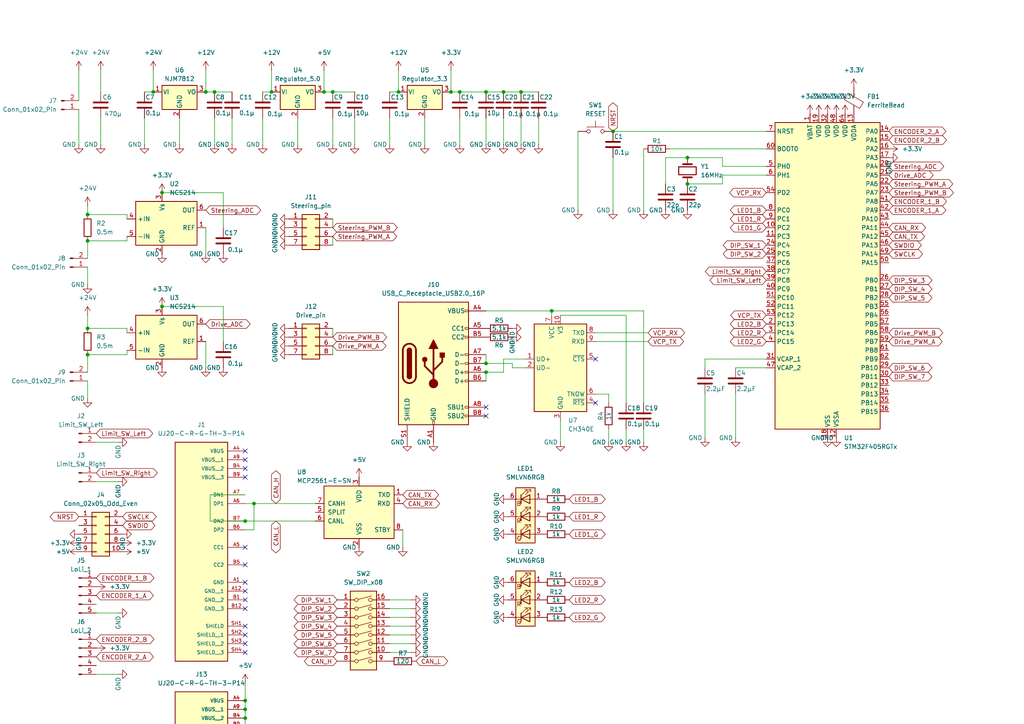
<source format=kicad_sch>
(kicad_sch (version 20231120) (generator "eeschema") (generator_version "8.0")
  (paper "A4")
  (junction (at 115.57 26.67))
  (junction (at 71.12 205.74))
  (junction (at 71.12 203.2))
  (junction (at 25.4 69.85))
  (junction (at 93.98 26.67))
  (junction (at 78.74 26.67))
  (junction (at 46.99 88.9))
  (junction (at 25.4 102.87))
  (junction (at 199.39 45.72))
  (junction (at 59.69 26.67))
  (junction (at 177.8 38.1))
  (junction (at 151.13 26.67))
  (junction (at 25.4 95.25))
  (junction (at 62.23 26.67))
  (junction (at 160.02 90.17))
  (junction (at 44.45 26.67))
  (junction (at 71.12 208.28))
  (junction (at 25.4 62.23))
  (junction (at 71.12 151.13))
  (junction (at 140.97 107.95))
  (junction (at 199.39 53.34))
  (junction (at 130.81 26.67))
  (junction (at 96.52 26.67))
  (junction (at 46.99 55.88))
  (junction (at 146.05 26.67))
  (junction (at 133.35 26.67))
  (junction (at 140.97 26.67))
  (junction (at 140.97 105.41))
  (junction (at 73.66 146.05))
  (no_connect (at 71.12 133.35))
  (no_connect (at 71.12 163.83))
  (no_connect (at 71.12 135.89))
  (no_connect (at 71.12 181.61))
  (no_connect (at 71.12 158.75))
  (no_connect (at 71.12 173.99))
  (no_connect (at 71.12 184.15))
  (no_connect (at 172.72 104.14))
  (no_connect (at 140.97 118.11))
  (no_connect (at 71.12 130.81))
  (no_connect (at 71.12 186.69))
  (no_connect (at 71.12 176.53))
  (no_connect (at 140.97 120.65))
  (no_connect (at 71.12 189.23))
  (no_connect (at 71.12 138.43))
  (no_connect (at 71.12 168.91))
  (no_connect (at 172.72 116.84))
  (no_connect (at 71.12 171.45))
  (wire (pts (xy 25.4 107.95) (xy 25.4 102.87)))
  (wire (pts (xy 34.29 195.58) (xy 27.94 195.58)))
  (wire (pts (xy 25.4 115.57) (xy 25.4 110.49)))
  (wire (pts (xy 113.03 181.61) (xy 119.38 181.61)))
  (wire (pts (xy 73.66 153.67) (xy 71.12 153.67)))
  (wire (pts (xy 60.96 143.51) (xy 60.96 151.13)))
  (wire (pts (xy 160.02 90.17) (xy 160.02 91.44)))
  (wire (pts (xy 71.12 146.05) (xy 73.66 146.05)))
  (wire (pts (xy 73.66 146.05) (xy 73.66 153.67)))
  (wire (pts (xy 204.47 104.14) (xy 204.47 106.68)))
  (wire (pts (xy 41.91 41.91) (xy 41.91 34.29)))
  (wire (pts (xy 148.59 106.68) (xy 152.4 106.68)))
  (wire (pts (xy 146.05 107.95) (xy 146.05 104.14)))
  (wire (pts (xy 186.69 60.96) (xy 186.69 43.18)))
  (wire (pts (xy 76.2 34.29) (xy 76.2 41.91)))
  (wire (pts (xy 76.2 26.67) (xy 78.74 26.67)))
  (wire (pts (xy 113.03 179.07) (xy 119.38 179.07)))
  (wire (pts (xy 34.29 139.7) (xy 27.94 139.7)))
  (wire (pts (xy 96.52 26.67) (xy 93.98 26.67)))
  (wire (pts (xy 123.19 41.91) (xy 123.19 34.29)))
  (wire (pts (xy 146.05 26.67) (xy 151.13 26.67)))
  (wire (pts (xy 116.84 158.75) (xy 116.84 153.67)))
  (wire (pts (xy 71.12 205.74) (xy 71.12 208.28)))
  (wire (pts (xy 22.86 41.91) (xy 22.86 31.75)))
  (wire (pts (xy 36.83 63.5) (xy 36.83 62.23)))
  (wire (pts (xy 209.55 45.72) (xy 199.39 45.72)))
  (wire (pts (xy 73.66 146.05) (xy 91.44 146.05)))
  (wire (pts (xy 172.72 114.3) (xy 176.53 114.3)))
  (wire (pts (xy 140.97 102.87) (xy 140.97 105.41)))
  (wire (pts (xy 194.31 43.18) (xy 222.25 43.18)))
  (wire (pts (xy 93.98 20.32) (xy 93.98 26.67)))
  (wire (pts (xy 193.04 53.34) (xy 193.04 45.72)))
  (wire (pts (xy 36.83 101.6) (xy 36.83 102.87)))
  (wire (pts (xy 64.77 99.06) (xy 64.77 88.9)))
  (wire (pts (xy 71.12 208.28) (xy 71.12 210.82)))
  (wire (pts (xy 133.35 41.91) (xy 133.35 34.29)))
  (wire (pts (xy 36.83 68.58) (xy 36.83 69.85)))
  (wire (pts (xy 25.4 69.85) (xy 25.4 74.93)))
  (wire (pts (xy 64.77 55.88) (xy 46.99 55.88)))
  (wire (pts (xy 160.02 90.17) (xy 186.69 90.17)))
  (wire (pts (xy 64.77 66.04) (xy 64.77 55.88)))
  (wire (pts (xy 59.69 73.66) (xy 59.69 66.04)))
  (wire (pts (xy 193.04 45.72) (xy 199.39 45.72)))
  (wire (pts (xy 44.45 20.32) (xy 44.45 26.67)))
  (wire (pts (xy 62.23 26.67) (xy 59.69 26.67)))
  (wire (pts (xy 181.61 128.27) (xy 181.61 124.46)))
  (wire (pts (xy 209.55 50.8) (xy 209.55 53.34)))
  (wire (pts (xy 186.69 90.17) (xy 186.69 116.84)))
  (wire (pts (xy 60.96 151.13) (xy 71.12 151.13)))
  (wire (pts (xy 96.52 68.58) (xy 96.52 71.12)))
  (wire (pts (xy 140.97 90.17) (xy 160.02 90.17)))
  (wire (pts (xy 71.12 203.2) (xy 71.12 205.74)))
  (wire (pts (xy 133.35 26.67) (xy 140.97 26.67)))
  (wire (pts (xy 113.03 173.99) (xy 119.38 173.99)))
  (wire (pts (xy 25.4 59.69) (xy 25.4 62.23)))
  (wire (pts (xy 41.91 26.67) (xy 44.45 26.67)))
  (wire (pts (xy 167.64 38.1) (xy 167.64 60.96)))
  (wire (pts (xy 151.13 41.91) (xy 151.13 34.29)))
  (wire (pts (xy 96.52 63.5) (xy 96.52 66.04)))
  (wire (pts (xy 140.97 26.67) (xy 146.05 26.67)))
  (wire (pts (xy 64.77 88.9) (xy 46.99 88.9)))
  (wire (pts (xy 67.31 41.91) (xy 67.31 34.29)))
  (wire (pts (xy 78.74 20.32) (xy 78.74 26.67)))
  (wire (pts (xy 172.72 99.06) (xy 187.96 99.06)))
  (wire (pts (xy 209.55 48.26) (xy 222.25 48.26)))
  (wire (pts (xy 140.97 41.91) (xy 140.97 34.29)))
  (wire (pts (xy 86.36 41.91) (xy 86.36 34.29)))
  (wire (pts (xy 25.4 91.44) (xy 25.4 95.25)))
  (wire (pts (xy 213.36 127) (xy 213.36 114.3)))
  (wire (pts (xy 25.4 82.55) (xy 25.4 77.47)))
  (wire (pts (xy 176.53 114.3) (xy 176.53 116.84)))
  (wire (pts (xy 76.2 218.44) (xy 71.12 218.44)))
  (wire (pts (xy 71.12 143.51) (xy 60.96 143.51)))
  (wire (pts (xy 181.61 91.44) (xy 162.56 91.44)))
  (wire (pts (xy 34.29 128.27) (xy 27.94 128.27)))
  (wire (pts (xy 177.8 38.1) (xy 222.25 38.1)))
  (wire (pts (xy 73.66 223.52) (xy 71.12 223.52)))
  (wire (pts (xy 140.97 107.95) (xy 146.05 107.95)))
  (wire (pts (xy 186.69 128.27) (xy 186.69 124.46)))
  (wire (pts (xy 177.8 60.96) (xy 177.8 45.72)))
  (wire (pts (xy 209.55 48.26) (xy 209.55 45.72)))
  (wire (pts (xy 36.83 62.23) (xy 25.4 62.23)))
  (wire (pts (xy 172.72 96.52) (xy 187.96 96.52)))
  (wire (pts (xy 209.55 53.34) (xy 199.39 53.34)))
  (wire (pts (xy 71.12 226.06) (xy 76.2 226.06)))
  (wire (pts (xy 181.61 116.84) (xy 181.61 91.44)))
  (wire (pts (xy 113.03 41.91) (xy 113.03 34.29)))
  (wire (pts (xy 96.52 41.91) (xy 96.52 34.29)))
  (wire (pts (xy 71.12 151.13) (xy 91.44 151.13)))
  (wire (pts (xy 59.69 106.68) (xy 59.69 99.06)))
  (wire (pts (xy 96.52 100.33) (xy 96.52 102.87)))
  (wire (pts (xy 176.53 128.27) (xy 176.53 124.46)))
  (wire (pts (xy 204.47 127) (xy 204.47 114.3)))
  (wire (pts (xy 96.52 26.67) (xy 102.87 26.67)))
  (wire (pts (xy 25.4 102.87) (xy 36.83 102.87)))
  (wire (pts (xy 36.83 96.52) (xy 36.83 95.25)))
  (wire (pts (xy 76.2 226.06) (xy 76.2 218.44)))
  (wire (pts (xy 140.97 107.95) (xy 140.97 110.49)))
  (wire (pts (xy 113.03 184.15) (xy 119.38 184.15)))
  (wire (pts (xy 113.03 189.23) (xy 119.38 189.23)))
  (wire (pts (xy 162.56 128.27) (xy 162.56 121.92)))
  (wire (pts (xy 36.83 95.25) (xy 25.4 95.25)))
  (wire (pts (xy 62.23 26.67) (xy 67.31 26.67)))
  (wire (pts (xy 22.86 20.32) (xy 22.86 29.21)))
  (wire (pts (xy 209.55 50.8) (xy 222.25 50.8)))
  (wire (pts (xy 59.69 20.32) (xy 59.69 26.67)))
  (wire (pts (xy 113.03 176.53) (xy 119.38 176.53)))
  (wire (pts (xy 113.03 186.69) (xy 119.38 186.69)))
  (wire (pts (xy 146.05 41.91) (xy 146.05 34.29)))
  (wire (pts (xy 73.66 215.9) (xy 73.66 223.52)))
  (wire (pts (xy 102.87 41.91) (xy 102.87 34.29)))
  (wire (pts (xy 29.21 20.32) (xy 29.21 26.67)))
  (wire (pts (xy 71.12 198.12) (xy 71.12 203.2)))
  (wire (pts (xy 29.21 34.29) (xy 29.21 41.91)))
  (wire (pts (xy 25.4 69.85) (xy 36.83 69.85)))
  (wire (pts (xy 71.12 215.9) (xy 73.66 215.9)))
  (wire (pts (xy 146.05 104.14) (xy 152.4 104.14)))
  (wire (pts (xy 140.97 105.41) (xy 148.59 105.41)))
  (wire (pts (xy 130.81 20.32) (xy 130.81 26.67)))
  (wire (pts (xy 222.25 104.14) (xy 204.47 104.14)))
  (wire (pts (xy 133.35 26.67) (xy 130.81 26.67)))
  (wire (pts (xy 34.29 177.8) (xy 27.94 177.8)))
  (wire (pts (xy 156.21 41.91) (xy 156.21 34.29)))
  (wire (pts (xy 96.52 95.25) (xy 96.52 97.79)))
  (wire (pts (xy 213.36 106.68) (xy 222.25 106.68)))
  (wire (pts (xy 52.07 41.91) (xy 52.07 34.29)))
  (wire (pts (xy 62.23 41.91) (xy 62.23 34.29)))
  (wire (pts (xy 113.03 26.67) (xy 115.57 26.67)))
  (wire (pts (xy 115.57 20.32) (xy 115.57 26.67)))
  (wire (pts (xy 151.13 26.67) (xy 156.21 26.67)))
  (wire (pts (xy 148.59 105.41) (xy 148.59 106.68)))
  (global_label "ENCODER_2_A" (shape bidirectional) (at 257.81 38.1 0) (property "Intersheetrefs" "${INTERSHEET_REFS}" (effects (hide yes))))
  (global_label "SWDIO" (shape bidirectional) (at 257.81 71.12 0) (property "Intersheetrefs" "${INTERSHEET_REFS}" (effects (hide yes))))
  (global_label "NRST" (shape bidirectional) (at 22.86 149.86 180) (property "Intersheetrefs" "${INTERSHEET_REFS}" (effects (hide yes))))
  (global_label "Steering_PWM_A" (shape bidirectional) (at 257.81 53.34 0) (property "Intersheetrefs" "${INTERSHEET_REFS}" (effects (hide yes))))
  (global_label "CAN_TX" (shape bidirectional) (at 116.84 143.51 0) (property "Intersheetrefs" "${INTERSHEET_REFS}" (effects (hide yes))))
  (global_label "ENCODER_1_A" (shape bidirectional) (at 27.94 172.72 0) (property "Intersheetrefs" "${INTERSHEET_REFS}" (effects (hide yes))))
  (global_label "Steering_PWM_A" (shape bidirectional) (at 96.52 68.58 0) (property "Intersheetrefs" "${INTERSHEET_REFS}" (effects (hide yes))))
  (global_label "Limit_SW_Left" (shape bidirectional) (at 222.25 81.28 180) (property "Intersheetrefs" "${INTERSHEET_REFS}" (effects (hide yes))))
  (global_label "ENCODER_2_B" (shape bidirectional) (at 27.94 185.42 0) (property "Intersheetrefs" "${INTERSHEET_REFS}" (effects (hide yes))))
  (global_label "LED2_G" (shape bidirectional) (at 222.25 99.06 180) (property "Intersheetrefs" "${INTERSHEET_REFS}" (effects (hide yes))))
  (global_label "DIP_SW_1" (shape bidirectional) (at 97.79 173.99 180) (property "Intersheetrefs" "${INTERSHEET_REFS}" (effects (hide yes))))
  (global_label "DIP_SW_7" (shape bidirectional) (at 97.79 189.23 180) (property "Intersheetrefs" "${INTERSHEET_REFS}" (effects (hide yes))))
  (global_label "Drive_ADC" (shape bidirectional) (at 257.81 50.8 0) (property "Intersheetrefs" "${INTERSHEET_REFS}" (effects (hide yes))))
  (global_label "SWDIO" (shape bidirectional) (at 35.56 152.4 0) (property "Intersheetrefs" "${INTERSHEET_REFS}" (effects (hide yes))))
  (global_label "NRST" (shape bidirectional) (at 177.8 38.1 90) (property "Intersheetrefs" "${INTERSHEET_REFS}" (effects (hide yes))))
  (global_label "ENCODER_1_B" (shape bidirectional) (at 257.81 58.42 0) (property "Intersheetrefs" "${INTERSHEET_REFS}" (effects (hide yes))))
  (global_label "LED1_R" (shape bidirectional) (at 165.1 149.86 0) (property "Intersheetrefs" "${INTERSHEET_REFS}" (effects (hide yes))))
  (global_label "VCP_TX" (shape bidirectional) (at 222.25 91.44 180) (property "Intersheetrefs" "${INTERSHEET_REFS}" (effects (hide yes))))
  (global_label "DIP_SW_5" (shape bidirectional) (at 257.81 86.36 0) (property "Intersheetrefs" "${INTERSHEET_REFS}" (effects (hide yes))))
  (global_label "Drive_PWM_A" (shape bidirectional) (at 257.81 99.06 0) (property "Intersheetrefs" "${INTERSHEET_REFS}" (effects (hide yes))))
  (global_label "DIP_SW_4" (shape bidirectional) (at 257.81 83.82 0) (property "Intersheetrefs" "${INTERSHEET_REFS}" (effects (hide yes))))
  (global_label "CAN_RX" (shape bidirectional) (at 257.81 66.04 0) (property "Intersheetrefs" "${INTERSHEET_REFS}" (effects (hide yes))))
  (global_label "LED2_B" (shape bidirectional) (at 222.25 93.98 180) (property "Intersheetrefs" "${INTERSHEET_REFS}" (effects (hide yes))))
  (global_label "Limit_SW_Right" (shape bidirectional) (at 222.25 78.74 180) (property "Intersheetrefs" "${INTERSHEET_REFS}" (effects (hide yes))))
  (global_label "LED1_B" (shape bidirectional) (at 165.1 144.78 0) (property "Intersheetrefs" "${INTERSHEET_REFS}" (effects (hide yes))))
  (global_label "CAN_RX" (shape bidirectional) (at 116.84 146.05 0) (property "Intersheetrefs" "${INTERSHEET_REFS}" (effects (hide yes))))
  (global_label "SWCLK" (shape bidirectional) (at 35.56 149.86 0) (property "Intersheetrefs" "${INTERSHEET_REFS}" (effects (hide yes))))
  (global_label "Limit_SW_Right" (shape bidirectional) (at 27.94 137.16 0) (property "Intersheetrefs" "${INTERSHEET_REFS}" (effects (hide yes))))
  (global_label "Drive_ADC" (shape bidirectional) (at 59.69 93.98 0) (property "Intersheetrefs" "${INTERSHEET_REFS}" (effects (hide yes))))
  (global_label "CAN_L" (shape bidirectional) (at 73.66 223.52 0) (property "Intersheetrefs" "${INTERSHEET_REFS}" (effects (hide yes))))
  (global_label "ENCODER_2_B" (shape bidirectional) (at 257.81 40.64 0) (property "Intersheetrefs" "${INTERSHEET_REFS}" (effects (hide yes))))
  (global_label "DIP_SW_3" (shape bidirectional) (at 97.79 179.07 180) (property "Intersheetrefs" "${INTERSHEET_REFS}" (effects (hide yes))))
  (global_label "DIP_SW_6" (shape bidirectional) (at 257.81 106.68 0) (property "Intersheetrefs" "${INTERSHEET_REFS}" (effects (hide yes))))
  (global_label "CAN_H" (shape bidirectional) (at 80.01 146.05 90) (property "Intersheetrefs" "${INTERSHEET_REFS}" (effects (hide yes))))
  (global_label "DIP_SW_4" (shape bidirectional) (at 97.79 181.61 180) (property "Intersheetrefs" "${INTERSHEET_REFS}" (effects (hide yes))))
  (global_label "VCP_RX" (shape bidirectional) (at 222.25 55.88 180) (property "Intersheetrefs" "${INTERSHEET_REFS}" (effects (hide yes))))
  (global_label "VCP_RX" (shape bidirectional) (at 187.96 96.52 0) (property "Intersheetrefs" "${INTERSHEET_REFS}" (effects (hide yes))))
  (global_label "LED1_B" (shape bidirectional) (at 222.25 60.96 180) (property "Intersheetrefs" "${INTERSHEET_REFS}" (effects (hide yes))))
  (global_label "DIP_SW_2" (shape bidirectional) (at 222.25 73.66 180) (property "Intersheetrefs" "${INTERSHEET_REFS}" (effects (hide yes))))
  (global_label "LED2_R" (shape bidirectional) (at 165.1 173.99 0) (property "Intersheetrefs" "${INTERSHEET_REFS}" (effects (hide yes))))
  (global_label "Drive_PWM_B" (shape bidirectional) (at 257.81 96.52 0) (property "Intersheetrefs" "${INTERSHEET_REFS}" (effects (hide yes))))
  (global_label "ENCODER_1_B" (shape bidirectional) (at 27.94 167.64 0) (property "Intersheetrefs" "${INTERSHEET_REFS}" (effects (hide yes))))
  (global_label "CAN_TX" (shape bidirectional) (at 257.81 68.58 0) (property "Intersheetrefs" "${INTERSHEET_REFS}" (effects (hide yes))))
  (global_label "ENCODER_1_A" (shape bidirectional) (at 257.81 60.96 0) (property "Intersheetrefs" "${INTERSHEET_REFS}" (effects (hide yes))))
  (global_label "ENCODER_2_A" (shape bidirectional) (at 27.94 190.5 0) (property "Intersheetrefs" "${INTERSHEET_REFS}" (effects (hide yes))))
  (global_label "CAN_H" (shape bidirectional) (at 76.2 218.44 0) (property "Intersheetrefs" "${INTERSHEET_REFS}" (effects (hide yes))))
  (global_label "LED1_G" (shape bidirectional) (at 165.1 154.94 0) (property "Intersheetrefs" "${INTERSHEET_REFS}" (effects (hide yes))))
  (global_label "Steering_PWM_B" (shape bidirectional) (at 96.52 66.04 0) (property "Intersheetrefs" "${INTERSHEET_REFS}" (effects (hide yes))))
  (global_label "CAN_H" (shape bidirectional) (at 97.79 191.77 180) (property "Intersheetrefs" "${INTERSHEET_REFS}" (effects (hide yes))))
  (global_label "VCP_TX" (shape bidirectional) (at 187.96 99.06 0) (property "Intersheetrefs" "${INTERSHEET_REFS}" (effects (hide yes))))
  (global_label "Steering_ADC" (shape bidirectional) (at 257.81 48.26 0) (property "Intersheetrefs" "${INTERSHEET_REFS}" (effects (hide yes))))
  (global_label "DIP_SW_5" (shape bidirectional) (at 97.79 184.15 180) (property "Intersheetrefs" "${INTERSHEET_REFS}" (effects (hide yes))))
  (global_label "Drive_PWM_B" (shape bidirectional) (at 96.52 97.79 0) (property "Intersheetrefs" "${INTERSHEET_REFS}" (effects (hide yes))))
  (global_label "Limit_SW_Left" (shape bidirectional) (at 27.94 125.73 0) (property "Intersheetrefs" "${INTERSHEET_REFS}" (effects (hide yes))))
  (global_label "DIP_SW_1" (shape bidirectional) (at 222.25 71.12 180) (property "Intersheetrefs" "${INTERSHEET_REFS}" (effects (hide yes))))
  (global_label "DIP_SW_7" (shape bidirectional) (at 257.81 109.22 0) (property "Intersheetrefs" "${INTERSHEET_REFS}" (effects (hide yes))))
  (global_label "LED2_G" (shape bidirectional) (at 165.1 179.07 0) (property "Intersheetrefs" "${INTERSHEET_REFS}" (effects (hide yes))))
  (global_label "LED1_G" (shape bidirectional) (at 222.25 66.04 180) (property "Intersheetrefs" "${INTERSHEET_REFS}" (effects (hide yes))))
  (global_label "Steering_PWM_B" (shape bidirectional) (at 257.81 55.88 0) (property "Intersheetrefs" "${INTERSHEET_REFS}" (effects (hide yes))))
  (global_label "LED2_R" (shape bidirectional) (at 222.25 96.52 180) (property "Intersheetrefs" "${INTERSHEET_REFS}" (effects (hide yes))))
  (global_label "Steering_ADC" (shape bidirectional) (at 59.69 60.96 0) (property "Intersheetrefs" "${INTERSHEET_REFS}" (effects (hide yes))))
  (global_label "LED2_B" (shape bidirectional) (at 165.1 168.91 0) (property "Intersheetrefs" "${INTERSHEET_REFS}" (effects (hide yes))))
  (global_label "DIP_SW_3" (shape bidirectional) (at 257.81 81.28 0) (property "Intersheetrefs" "${INTERSHEET_REFS}" (effects (hide yes))))
  (global_label "CAN_L" (shape bidirectional) (at 120.65 191.77 0) (property "Intersheetrefs" "${INTERSHEET_REFS}" (effects (hide yes))))
  (global_label "LED1_R" (shape bidirectional) (at 222.25 63.5 180) (property "Intersheetrefs" "${INTERSHEET_REFS}" (effects (hide yes))))
  (global_label "SWCLK" (shape bidirectional) (at 257.81 73.66 0) (property "Intersheetrefs" "${INTERSHEET_REFS}" (effects (hide yes))))
  (global_label "DIP_SW_2" (shape bidirectional) (at 97.79 176.53 180) (property "Intersheetrefs" "${INTERSHEET_REFS}" (effects (hide yes))))
  (global_label "Drive_PWM_A" (shape bidirectional) (at 96.52 100.33 0) (property "Intersheetrefs" "${INTERSHEET_REFS}" (effects (hide yes))))
  (global_label "CAN_L" (shape bidirectional) (at 80.01 151.13 270) (property "Intersheetrefs" "${INTERSHEET_REFS}" (effects (hide yes))))
  (global_label "DIP_SW_6" (shape bidirectional) (at 97.79 186.69 180) (property "Intersheetrefs" "${INTERSHEET_REFS}" (effects (hide yes))))
  (symbol (lib_id "Device:C") (at 62.23 30.48 0) (unit 1)
    (property "Reference" "C8" (at 62.484 28.194 0) (effects (justify left)))
    (property "Value" "0.1μ" (at 62.484 32.766 0) (effects (justify left)))
    (property "Footprint" "Capacitor_SMD:C_0603_1608Metric_Pad1.08x0.95mm_HandSolder" (effects (hide yes)))
    (property "Description" "Unpolarized capacitor" (effects (hide yes)))
  )
  (symbol (lib_id "power:GND") (at 146.05 41.91 0) (unit 1)
    (property "Reference" "#PWR088" (effects (hide yes)))
    (property "Value" "GND" (at 143.256 41.91 0))
    (property "Description" "Power symbol creates a global label with name \"GND\" , ground" (effects (hide yes)))
  )
  (symbol (lib_id "UJ20-C-R-G-TH-3-P14:UJ20-C-R-G-TH-3-P14") (at 58.42 220.98 0) (unit 1)
    (property "Reference" "J13" (at 58.42 195.58 0))
    (property "Value" "UJ20-C-R-G-TH-3-P14" (at 58.42 198.12 0))
    (property "Footprint" "my_parts:SAMESKY_UJ20-C-R-G-TH-3-P14" (effects (hide yes)))
    (property "PARTREV" "1.0" (effects (hide yes)))
    (property "MANUFACTURER" "Same Sky" (effects (hide yes)))
    (property "MAXIMUM_PACKAGE_HEIGHT" "9.04mm" (effects (hide yes)))
    (property "STANDARD" "Manufacturer Recommendations" (effects (hide yes)))
  )
  (symbol (lib_id "Device:C") (at 64.77 69.85 0) (unit 1)
    (property "Reference" "C17" (at 65.024 67.564 0) (effects (justify left)))
    (property "Value" "0.1μ" (at 66.04 72.39 0) (effects (justify left)))
    (property "Footprint" "Capacitor_SMD:C_0603_1608Metric_Pad1.08x0.95mm_HandSolder" (effects (hide yes)))
    (property "Description" "Unpolarized capacitor" (effects (hide yes)))
  )
  (symbol (lib_id "power:+3.3V") (at 130.81 20.32 0) (unit 1)
    (property "Reference" "#PWR020" (effects (hide yes)))
    (property "Value" "+3.3V" (at 130.81 15.24 0))
    (property "Description" "Power symbol creates a global label with name \"+3.3V\"" (effects (hide yes)))
  )
  (symbol (lib_id "power:GND") (at 119.38 179.07 90) (unit 1)
    (property "Reference" "#PWR069" (effects (hide yes)))
    (property "Value" "GND" (at 123.444 178.816 0))
    (property "Description" "Power symbol creates a global label with name \"GND\" , ground" (effects (hide yes)))
  )
  (symbol (lib_id "power:+12V") (at 78.74 20.32 0) (unit 1)
    (property "Reference" "#PWR025" (effects (hide yes)))
    (property "Value" "+12V" (at 78.74 15.24 0))
    (property "Description" "Power symbol creates a global label with name \"+12V\"" (effects (hide yes)))
  )
  (symbol (lib_id "power:GND") (at 147.32 154.94 270) (unit 1)
    (property "Reference" "#PWR084" (effects (hide yes)))
    (property "Value" "GND" (at 144.018 154.94 0))
    (property "Description" "Power symbol creates a global label with name \"GND\" , ground" (effects (hide yes)))
  )
  (symbol (lib_id "Device:FerriteBead") (at 247.65 29.21 180) (unit 1)
    (property "Reference" "FB1" (at 251.46 27.9907 0) (effects (justify right)))
    (property "Value" "FerriteBead" (at 251.46 30.5307 0) (effects (justify right)))
    (property "Footprint" "Inductor_SMD:L_0805_2012Metric_Pad1.05x1.20mm_HandSolder" (effects (hide yes)))
    (property "Description" "Ferrite bead" (effects (hide yes)))
  )
  (symbol (lib_id "Device:C") (at 151.13 30.48 0) (unit 1)
    (property "Reference" "C21" (at 151.384 28.194 0) (effects (justify left)))
    (property "Value" "0.1μ" (at 152.4 33.02 0) (effects (justify left)))
    (property "Footprint" "Capacitor_SMD:C_0603_1608Metric_Pad1.08x0.95mm_HandSolder" (effects (hide yes)))
    (property "Description" "Unpolarized capacitor" (effects (hide yes)))
  )
  (symbol (lib_id "power:GND") (at 62.23 41.91 0) (unit 1)
    (property "Reference" "#PWR024" (effects (hide yes)))
    (property "Value" "GND" (at 59.436 41.91 0))
    (property "Description" "Power symbol creates a global label with name \"GND\" , ground" (effects (hide yes)))
  )
  (symbol (lib_id "power:GND") (at 176.53 128.27 0) (unit 1)
    (property "Reference" "#PWR059" (effects (hide yes)))
    (property "Value" "GND" (at 173.736 128.27 0))
    (property "Description" "Power symbol creates a global label with name \"GND\" , ground" (effects (hide yes)))
  )
  (symbol (lib_id "Device:R") (at 161.29 149.86 90) (unit 1)
    (property "Reference" "R9" (at 161.29 147.574 90))
    (property "Value" "1k" (at 161.29 149.86 90))
    (property "Footprint" "Resistor_SMD:R_0603_1608Metric_Pad0.98x0.95mm_HandSolder" (effects (hide yes)))
    (property "Description" "Resistor" (effects (hide yes)))
  )
  (symbol (lib_id "Amplifier_Current:NCS214") (at 46.99 66.04 0) (unit 1)
    (property "Reference" "U2" (at 49.1841 53.34 0) (effects (justify left)))
    (property "Value" "NCS214" (at 49.1841 55.88 0) (effects (justify left)))
    (property "Footprint" "Package_TO_SOT_SMD:SOT-363_SC-70-6_Handsoldering" (effects (hide yes)))
    (property "Datasheet" "https://www.onsemi.com/pub/Collateral/NCS210R-D.PDF" (effects (hide yes)))
    (property "Description" "Current-Shunt Monitor, Voltage Output, Bi-Directional Zero-Drift, 100V/V Gain, SC-70-6" (effects (hide yes)))
  )
  (symbol (lib_id "Device:C") (at 204.47 110.49 0) (unit 1)
    (property "Reference" "C5" (at 204.724 108.204 0) (effects (justify left)))
    (property "Value" "2.2μF" (at 204.724 112.776 0) (effects (justify left)))
    (property "Footprint" "Capacitor_SMD:C_0603_1608Metric_Pad1.08x0.95mm_HandSolder" (effects (hide yes)))
    (property "Description" "Unpolarized capacitor" (effects (hide yes)))
  )
  (symbol (lib_id "power:GND") (at 147.32 168.91 270) (unit 1)
    (property "Reference" "#PWR085" (effects (hide yes)))
    (property "Value" "GND" (at 144.018 168.91 0))
    (property "Description" "Power symbol creates a global label with name \"GND\" , ground" (effects (hide yes)))
  )
  (symbol (lib_id "power:GND") (at 199.39 60.96 0) (unit 1)
    (property "Reference" "#PWR05" (effects (hide yes)))
    (property "Value" "GND" (at 196.596 60.96 0))
    (property "Description" "Power symbol creates a global label with name \"GND\" , ground" (effects (hide yes)))
  )
  (symbol (lib_id "power:GND") (at 22.86 41.91 0) (unit 1)
    (property "Reference" "#PWR015" (effects (hide yes)))
    (property "Value" "GND" (at 20.066 41.91 0))
    (property "Description" "Power symbol creates a global label with name \"GND\" , ground" (effects (hide yes)))
  )
  (symbol (lib_id "power:GND") (at 156.21 41.91 0) (unit 1)
    (property "Reference" "#PWR090" (effects (hide yes)))
    (property "Value" "GND" (at 153.416 41.91 0))
    (property "Description" "Power symbol creates a global label with name \"GND\" , ground" (effects (hide yes)))
  )
  (symbol (lib_id "Device:C") (at 193.04 57.15 0) (unit 1)
    (property "Reference" "C3" (at 193.294 54.864 0) (effects (justify left)))
    (property "Value" "22p" (at 193.294 59.436 0) (effects (justify left)))
    (property "Footprint" "Capacitor_SMD:C_0603_1608Metric_Pad1.08x0.95mm_HandSolder" (effects (hide yes)))
    (property "Description" "Unpolarized capacitor" (effects (hide yes)))
  )
  (symbol (lib_id "power:GND") (at 35.56 154.94 90) (unit 1)
    (property "Reference" "#PWR095" (effects (hide yes)))
    (property "Value" "GND" (at 35.56 157.734 0))
    (property "Description" "Power symbol creates a global label with name \"GND\" , ground" (effects (hide yes)))
  )
  (symbol (lib_id "power:+3.3V") (at 46.99 55.88 0) (unit 1)
    (property "Reference" "#PWR046" (effects (hide yes)))
    (property "Value" "+3.3V" (at 46.99 50.8 0))
    (property "Description" "Power symbol creates a global label with name \"+3.3V\"" (effects (hide yes)))
  )
  (symbol (lib_id "power:GND") (at 193.04 60.96 0) (unit 1)
    (property "Reference" "#PWR04" (effects (hide yes)))
    (property "Value" "GND" (at 190.246 60.96 0))
    (property "Description" "Power symbol creates a global label with name \"GND\" , ground" (effects (hide yes)))
  )
  (symbol (lib_id "power:GND") (at 76.2 41.91 0) (unit 1)
    (property "Reference" "#PWR032" (effects (hide yes)))
    (property "Value" "GND" (at 73.406 41.91 0))
    (property "Description" "Power symbol creates a global label with name \"GND\" , ground" (effects (hide yes)))
  )
  (symbol (lib_id "Device:C") (at 29.21 30.48 0) (unit 1)
    (property "Reference" "C6" (at 29.718 28.194 0) (effects (justify left)))
    (property "Value" "470μ" (at 30.226 33.02 0) (effects (justify left)))
    (property "Footprint" "Capacitor_THT:CP_Radial_D8.0mm_P5.00mm" (effects (hide yes)))
    (property "Description" "Unpolarized capacitor" (effects (hide yes)))
  )
  (symbol (lib_id "LED:SMLVN6RGB") (at 152.4 173.99 0) (mirror y) (unit 1)
    (property "Reference" "LED2" (at 152.4 160.02 0))
    (property "Value" "SMLVN6RGB" (at 152.4 162.56 0))
    (property "Footprint" "LED_SMD:LED_ROHM_SMLVN6" (effects (hide yes)))
    (property "Datasheet" "https://www.rohm.com/datasheet/SMLVN6RGB1U" (effects (hide yes)))
    (property "Description" "High Brightness Tri-Color LED, RGB, 3.5x2.8mm" (effects (hide yes)))
  )
  (symbol (lib_id "Device:R") (at 161.29 179.07 90) (unit 1)
    (property "Reference" "R13" (at 161.29 176.784 90))
    (property "Value" "1k" (at 161.29 179.07 90))
    (property "Footprint" "Resistor_SMD:R_0603_1608Metric_Pad0.98x0.95mm_HandSolder" (effects (hide yes)))
    (property "Description" "Resistor" (effects (hide yes)))
  )
  (symbol (lib_id "power:+3.3V") (at 22.86 157.48 90) (unit 1)
    (property "Reference" "#PWR092" (effects (hide yes)))
    (property "Value" "+3.3V" (at 20.32 157.4799 90) (effects (justify left)))
    (property "Description" "Power symbol creates a global label with name \"+3.3V\"" (effects (hide yes)))
  )
  (symbol (lib_id "Regulator_Linear:LM2936-5.0") (at 123.19 26.67 0) (unit 1)
    (property "Reference" "U5" (at 123.19 20.32 0))
    (property "Value" "Regulator_3.3" (at 123.19 22.86 0))
    (property "Footprint" "Package_TO_SOT_SMD:TO-252-2" (effects (hide yes)))
    (property "Datasheet" "http://www.ti.com/lit/ds/symlink/lm2936.pdf" (effects (hide yes)))
    (property "Description" "50mA Ultra-Low Quiescent Current LDO Voltage Regulator, 5.0V fixed output, TO-252/SOT-223" (effects (hide yes)))
  )
  (symbol (lib_id "power:GND") (at 46.99 106.68 0) (unit 1)
    (property "Reference" "#PWR049" (effects (hide yes)))
    (property "Value" "GND" (at 44.196 106.68 0))
    (property "Description" "Power symbol creates a global label with name \"GND\" , ground" (effects (hide yes)))
  )
  (symbol (lib_id "Connector:Conn_01x02_Pin") (at 20.32 77.47 0) (mirror x) (unit 1)
    (property "Reference" "J8" (at 19.05 74.9299 0) (effects (justify right)))
    (property "Value" "Conn_01x02_Pin" (at 19.05 77.4699 0) (effects (justify right)))
    (property "Footprint" "Connector_AMASS:AMASS_XT60-F_1x02_P7.20mm_Vertical" (effects (hide yes)))
    (property "Description" "Generic connector, single row, 01x02, script generated" (effects (hide yes)))
  )
  (symbol (lib_id "Device:C") (at 140.97 30.48 0) (unit 1)
    (property "Reference" "C15" (at 141.224 28.194 0) (effects (justify left)))
    (property "Value" "10μ" (at 141.224 32.766 0) (effects (justify left)))
    (property "Footprint" "Capacitor_SMD:C_0603_1608Metric_Pad1.08x0.95mm_HandSolder" (effects (hide yes)))
    (property "Description" "Unpolarized capacitor" (effects (hide yes)))
  )
  (symbol (lib_id "power:GND") (at 86.36 41.91 0) (unit 1)
    (property "Reference" "#PWR027" (effects (hide yes)))
    (property "Value" "GND" (at 83.566 41.91 0))
    (property "Description" "Power symbol creates a global label with name \"GND\" , ground" (effects (hide yes)))
  )
  (symbol (lib_id "power:GND") (at 123.19 41.91 0) (unit 1)
    (property "Reference" "#PWR028" (effects (hide yes)))
    (property "Value" "GND" (at 120.396 41.91 0))
    (property "Description" "Power symbol creates a global label with name \"GND\" , ground" (effects (hide yes)))
  )
  (symbol (lib_id "power:GND") (at 71.12 259.08 90) (unit 1)
    (property "Reference" "#PWR0106" (effects (hide yes)))
    (property "Value" "GND" (at 71.12 261.874 0))
    (property "Description" "Power symbol creates a global label with name \"GND\" , ground" (effects (hide yes)))
  )
  (symbol (lib_id "Device:C") (at 186.69 120.65 0) (unit 1)
    (property "Reference" "C19" (at 186.944 118.364 0) (effects (justify left)))
    (property "Value" "0.1μ" (at 186.944 122.936 0) (effects (justify left)))
    (property "Footprint" "Capacitor_SMD:C_0603_1608Metric_Pad1.08x0.95mm_HandSolder" (effects (hide yes)))
    (property "Description" "Unpolarized capacitor" (effects (hide yes)))
  )
  (symbol (lib_id "Device:C") (at 146.05 30.48 0) (unit 1)
    (property "Reference" "C20" (at 146.304 28.194 0) (effects (justify left)))
    (property "Value" "0.1μ" (at 147.32 33.02 0) (effects (justify left)))
    (property "Footprint" "Capacitor_SMD:C_0603_1608Metric_Pad1.08x0.95mm_HandSolder" (effects (hide yes)))
    (property "Description" "Unpolarized capacitor" (effects (hide yes)))
  )
  (symbol (lib_id "Device:R") (at 25.4 66.04 0) (unit 1)
    (property "Reference" "R2" (at 27.94 64.7699 0) (effects (justify left)))
    (property "Value" "0.5m" (at 27.94 67.3099 0) (effects (justify left)))
    (property "Footprint" "Resistor_SMD:R_2512_6332Metric" (effects (hide yes)))
    (property "Description" "Resistor" (effects (hide yes)))
  )
  (symbol (lib_id "power:GND") (at 64.77 106.68 0) (unit 1)
    (property "Reference" "#PWR052" (effects (hide yes)))
    (property "Value" "GND" (at 61.976 106.68 0))
    (property "Description" "Power symbol creates a global label with name \"GND\" , ground" (effects (hide yes)))
  )
  (symbol (lib_id "power:GND") (at 162.56 128.27 0) (unit 1)
    (property "Reference" "#PWR058" (effects (hide yes)))
    (property "Value" "GND" (at 159.766 128.27 0))
    (property "Description" "Power symbol creates a global label with name \"GND\" , ground" (effects (hide yes)))
  )
  (symbol (lib_id "power:GND") (at 186.69 128.27 0) (unit 1)
    (property "Reference" "#PWR063" (effects (hide yes)))
    (property "Value" "GND" (at 183.896 128.27 0))
    (property "Description" "Power symbol creates a global label with name \"GND\" , ground" (effects (hide yes)))
  )
  (symbol (lib_id "power:+3.3V") (at 237.49 33.02 0) (unit 1)
    (property "Reference" "#PWR037" (effects (hide yes)))
    (property "Value" "+3.3V" (at 237.49 27.94 0))
    (property "Description" "Power symbol creates a global label with name \"+3.3V\"" (effects (hide yes)))
  )
  (symbol (lib_id "Device:C") (at 102.87 30.48 0) (unit 1)
    (property "Reference" "C10" (at 103.124 28.194 0) (effects (justify left)))
    (property "Value" "10μ" (at 103.124 32.766 0) (effects (justify left)))
    (property "Footprint" "Capacitor_SMD:C_0603_1608Metric_Pad1.08x0.95mm_HandSolder" (effects (hide yes)))
    (property "Description" "Unpolarized capacitor" (effects (hide yes)))
  )
  (symbol (lib_id "Device:C") (at 41.91 30.48 0) (unit 1)
    (property "Reference" "C7" (at 42.164 28.194 0) (effects (justify left)))
    (property "Value" "0.1μ" (at 42.164 32.766 0) (effects (justify left)))
    (property "Footprint" "Capacitor_SMD:C_0603_1608Metric_Pad1.08x0.95mm_HandSolder" (effects (hide yes)))
    (property "Description" "Unpolarized capacitor" (effects (hide yes)))
  )
  (symbol (lib_id "Device:C") (at 113.03 30.48 0) (unit 1)
    (property "Reference" "C13" (at 113.284 28.194 0) (effects (justify left)))
    (property "Value" "0.1μ" (at 114.3 33.02 0) (effects (justify left)))
    (property "Footprint" "Capacitor_SMD:C_0603_1608Metric_Pad1.08x0.95mm_HandSolder" (effects (hide yes)))
    (property "Description" "Unpolarized capacitor" (effects (hide yes)))
  )
  (symbol (lib_id "Connector:Conn_01x02_Pin") (at 22.86 125.73 0) (unit 1)
    (property "Reference" "J2" (at 23.495 120.65 0))
    (property "Value" "Limit_SW_Left" (at 23.495 123.19 0))
    (property "Footprint" "Connector_JST:JST_XA_B02B-XASK-1_1x02_P2.50mm_Vertical" (effects (hide yes)))
    (property "Description" "Generic connector, single row, 01x02, script generated" (effects (hide yes)))
  )
  (symbol (lib_id "power:+24V") (at 29.21 20.32 0) (unit 1)
    (property "Reference" "#PWR016" (effects (hide yes)))
    (property "Value" "+24V" (at 29.21 15.24 0))
    (property "Description" "Power symbol creates a global label with name \"+24V\"" (effects (hide yes)))
  )
  (symbol (lib_id "power:GND") (at 257.81 45.72 90) (unit 1)
    (property "Reference" "#PWR098" (effects (hide yes)))
    (property "Value" "GND" (at 257.81 48.514 0))
    (property "Description" "Power symbol creates a global label with name \"GND\" , ground" (effects (hide yes)))
  )
  (symbol (lib_id "power:+5V") (at 22.86 160.02 90) (unit 1)
    (property "Reference" "#PWR093" (effects (hide yes)))
    (property "Value" "+5V" (at 20.32 160.0199 90) (effects (justify left)))
    (property "Description" "Power symbol creates a global label with name \"+5V\"" (effects (hide yes)))
  )
  (symbol (lib_id "power:GND") (at 148.59 97.79 90) (unit 1)
    (property "Reference" "#PWR060" (effects (hide yes)))
    (property "Value" "GND" (at 148.59 100.584 0))
    (property "Description" "Power symbol creates a global label with name \"GND\" , ground" (effects (hide yes)))
  )
  (symbol (lib_id "power:GND") (at 83.82 100.33 270) (unit 1)
    (property "Reference" "#PWR074" (effects (hide yes)))
    (property "Value" "GND" (at 79.756 100.584 0))
    (property "Description" "Power symbol creates a global label with name \"GND\" , ground" (effects (hide yes)))
  )
  (symbol (lib_id "power:GND") (at 71.12 246.38 90) (unit 1)
    (property "Reference" "#PWR0101" (effects (hide yes)))
    (property "Value" "GND" (at 71.12 249.174 0))
    (property "Description" "Power symbol creates a global label with name \"GND\" , ground" (effects (hide yes)))
  )
  (symbol (lib_id "Connector:USB_C_Receptacle_USB2.0_16P") (at 125.73 105.41 0) (unit 1)
    (property "Reference" "J10" (at 125.73 82.55 0))
    (property "Value" "USB_C_Receptacle_USB2.0_16P" (at 125.73 85.09 0))
    (property "Footprint" "Connector_USB:USB_C_Receptacle_HRO_TYPE-C-31-M-12" (effects (hide yes)))
    (property "Datasheet" "https://www.usb.org/sites/default/files/documents/usb_type-c.zip" (effects (hide yes)))
    (property "Description" "USB 2.0-only 16P Type-C Receptacle connector" (effects (hide yes)))
  )
  (symbol (lib_id "power:GND") (at 71.12 241.3 90) (unit 1)
    (property "Reference" "#PWR0103" (effects (hide yes)))
    (property "Value" "GND" (at 71.12 244.094 0))
    (property "Description" "Power symbol creates a global label with name \"GND\" , ground" (effects (hide yes)))
  )
  (symbol (lib_id "power:GND") (at 71.12 248.92 90) (unit 1)
    (property "Reference" "#PWR0100" (effects (hide yes)))
    (property "Value" "GND" (at 71.12 251.714 0))
    (property "Description" "Power symbol creates a global label with name \"GND\" , ground" (effects (hide yes)))
  )
  (symbol (lib_id "power:GND") (at 67.31 41.91 0) (unit 1)
    (property "Reference" "#PWR031" (effects (hide yes)))
    (property "Value" "GND" (at 64.516 41.91 0))
    (property "Description" "Power symbol creates a global label with name \"GND\" , ground" (effects (hide yes)))
  )
  (symbol (lib_id "power:GND") (at 104.14 158.75 0) (unit 1)
    (property "Reference" "#PWR066" (effects (hide yes)))
    (property "Value" "GND" (at 101.346 158.75 0))
    (property "Description" "Power symbol creates a global label with name \"GND\" , ground" (effects (hide yes)))
  )
  (symbol (lib_id "power:GND") (at 29.21 41.91 0) (unit 1)
    (property "Reference" "#PWR017" (effects (hide yes)))
    (property "Value" "GND" (at 26.416 41.91 0))
    (property "Description" "Power symbol creates a global label with name \"GND\" , ground" (effects (hide yes)))
  )
  (symbol (lib_id "power:GND") (at 71.12 256.54 90) (unit 1)
    (property "Reference" "#PWR0105" (effects (hide yes)))
    (property "Value" "GND" (at 71.12 259.334 0))
    (property "Description" "Power symbol creates a global label with name \"GND\" , ground" (effects (hide yes)))
  )
  (symbol (lib_id "power:GND") (at 147.32 149.86 270) (unit 1)
    (property "Reference" "#PWR083" (effects (hide yes)))
    (property "Value" "GND" (at 144.018 149.86 0))
    (property "Description" "Power symbol creates a global label with name \"GND\" , ground" (effects (hide yes)))
  )
  (symbol (lib_id "power:GND") (at 83.82 97.79 270) (unit 1)
    (property "Reference" "#PWR076" (effects (hide yes)))
    (property "Value" "GND" (at 79.756 98.044 0))
    (property "Description" "Power symbol creates a global label with name \"GND\" , ground" (effects (hide yes)))
  )
  (symbol (lib_id "Device:Crystal") (at 199.39 49.53 90) (unit 1)
    (property "Reference" "Y1" (at 203.2 48.2599 90) (effects (justify right)))
    (property "Value" "16MHz" (at 203.2 50.7999 90) (effects (justify right)))
    (property "Footprint" "Crystal:Crystal_HC18-U_Vertical" (effects (hide yes)))
    (property "Description" "Two pin crystal" (effects (hide yes)))
  )
  (symbol (lib_id "power:GND") (at 167.64 60.96 0) (unit 1)
    (property "Reference" "#PWR01" (effects (hide yes)))
    (property "Value" "GND" (at 164.846 60.96 0))
    (property "Description" "Power symbol creates a global label with name \"GND\" , ground" (effects (hide yes)))
  )
  (symbol (lib_id "power:GND") (at 59.69 73.66 0) (unit 1)
    (property "Reference" "#PWR051" (effects (hide yes)))
    (property "Value" "GND" (at 56.896 73.66 0))
    (property "Description" "Power symbol creates a global label with name \"GND\" , ground" (effects (hide yes)))
  )
  (symbol (lib_id "power:GND") (at 119.38 176.53 90) (unit 1)
    (property "Reference" "#PWR068" (effects (hide yes)))
    (property "Value" "GND" (at 123.444 176.276 0))
    (property "Description" "Power symbol creates a global label with name \"GND\" , ground" (effects (hide yes)))
  )
  (symbol (lib_id "power:GND") (at 119.38 173.99 90) (unit 1)
    (property "Reference" "#PWR067" (effects (hide yes)))
    (property "Value" "GND" (at 123.444 173.736 0))
    (property "Description" "Power symbol creates a global label with name \"GND\" , ground" (effects (hide yes)))
  )
  (symbol (lib_id "power:GND") (at 25.4 82.55 0) (unit 1)
    (property "Reference" "#PWR043" (effects (hide yes)))
    (property "Value" "GND" (at 22.606 82.55 0))
    (property "Description" "Power symbol creates a global label with name \"GND\" , ground" (effects (hide yes)))
  )
  (symbol (lib_id "power:GND") (at 59.69 106.68 0) (unit 1)
    (property "Reference" "#PWR050" (effects (hide yes)))
    (property "Value" "GND" (at 56.896 106.68 0))
    (property "Description" "Power symbol creates a global label with name \"GND\" , ground" (effects (hide yes)))
  )
  (symbol (lib_id "Device:R") (at 176.53 120.65 180) (unit 1)
    (property "Reference" "R4" (at 174.244 120.65 90))
    (property "Value" "1k" (at 176.53 120.65 90))
    (property "Footprint" "Resistor_SMD:R_0603_1608Metric_Pad0.98x0.95mm_HandSolder" (effects (hide yes)))
    (property "Description" "Resistor" (effects (hide yes)))
  )
  (symbol (lib_id "power:+3.3V") (at 234.95 33.02 0) (unit 1)
    (property "Reference" "#PWR036" (effects (hide yes)))
    (property "Value" "+3.3V" (at 234.95 27.94 0))
    (property "Description" "Power symbol creates a global label with name \"+3.3V\"" (effects (hide yes)))
  )
  (symbol (lib_id "power:GND") (at 140.97 41.91 0) (unit 1)
    (property "Reference" "#PWR035" (effects (hide yes)))
    (property "Value" "GND" (at 138.176 41.91 0))
    (property "Description" "Power symbol creates a global label with name \"GND\" , ground" (effects (hide yes)))
  )
  (symbol (lib_id "power:GND") (at 83.82 63.5 270) (unit 1)
    (property "Reference" "#PWR081" (effects (hide yes)))
    (property "Value" "GND" (at 79.756 63.754 0))
    (property "Description" "Power symbol creates a global label with name \"GND\" , ground" (effects (hide yes)))
  )
  (symbol (lib_id "power:GND") (at 151.13 41.91 0) (unit 1)
    (property "Reference" "#PWR089" (effects (hide yes)))
    (property "Value" "GND" (at 148.336 41.91 0))
    (property "Description" "Power symbol creates a global label with name \"GND\" , ground" (effects (hide yes)))
  )
  (symbol (lib_id "Regulator_Linear:KA78M05_TO252") (at 52.07 26.67 0) (unit 1)
    (property "Reference" "U6" (at 52.07 20.32 0))
    (property "Value" "NJM7812" (at 52.07 22.86 0))
    (property "Footprint" "Package_TO_SOT_SMD:TO-252-2" (effects (hide yes)))
    (property "Datasheet" "https://www.onsemi.com/pub/Collateral/MC78M00-D.PDF" (effects (hide yes)))
    (property "Description" "Positive 500mA 35V Linear Regulator, Fixed Output 5V, TO-252 (D-PAK)" (effects (hide yes)))
  )
  (symbol (lib_id "power:GND") (at 83.82 102.87 270) (unit 1)
    (property "Reference" "#PWR075" (effects (hide yes)))
    (property "Value" "GND" (at 79.756 103.124 0))
    (property "Description" "Power symbol creates a global label with name \"GND\" , ground" (effects (hide yes)))
  )
  (symbol (lib_id "power:GND") (at 22.86 154.94 270) (mirror x) (unit 1)
    (property "Reference" "#PWR096" (effects (hide yes)))
    (property "Value" "GND" (at 22.86 157.734 0))
    (property "Description" "Power symbol creates a global label with name \"GND\" , ground" (effects (hide yes)))
  )
  (symbol (lib_id "Device:R") (at 190.5 43.18 90) (unit 1)
    (property "Reference" "R1" (at 190.5 40.894 90))
    (property "Value" "10k" (at 190.5 43.18 90))
    (property "Footprint" "Resistor_SMD:R_0603_1608Metric_Pad0.98x0.95mm_HandSolder" (effects (hide yes)))
    (property "Description" "Resistor" (effects (hide yes)))
  )
  (symbol (lib_id "power:GND") (at 177.8 60.96 0) (unit 1)
    (property "Reference" "#PWR02" (effects (hide yes)))
    (property "Value" "GND" (at 175.006 60.96 0))
    (property "Description" "Power symbol creates a global label with name \"GND\" , ground" (effects (hide yes)))
  )
  (symbol (lib_id "Interface_CAN_LIN:MCP2561-E-SN") (at 104.14 148.59 0) (mirror y) (unit 1)
    (property "Reference" "U8" (at 86.106 136.906 0) (effects (justify right)))
    (property "Value" "MCP2561-E-SN" (at 86.106 139.446 0) (effects (justify right)))
    (property "Footprint" "Package_SO:SOIC-8_3.9x4.9mm_P1.27mm" (effects (hide yes)))
    (property "Datasheet" "http://ww1.microchip.com/downloads/en/DeviceDoc/25167A.pdf" (effects (hide yes)))
    (property "Description" "High-Speed CAN Transceiver, 1Mbps, 5V supply, SPLIT pin, -40C to +125C, SOIC-8" (effects (hide yes)))
  )
  (symbol (lib_id "power:+3.3V") (at 247.65 25.4 0) (unit 1)
    (property "Reference" "#PWR041" (effects (hide yes)))
    (property "Value" "+3.3V" (at 247.65 20.32 0))
    (property "Description" "Power symbol creates a global label with name \"+3.3V\"" (effects (hide yes)))
  )
  (symbol (lib_id "power:+3.3V") (at 27.94 187.96 270) (unit 1)
    (property "Reference" "#PWR055" (effects (hide yes)))
    (property "Value" "+3.3V" (at 31.75 187.9599 90) (effects (justify left)))
    (property "Description" "Power symbol creates a global label with name \"+3.3V\"" (effects (hide yes)))
  )
  (symbol (lib_id "power:GND") (at 83.82 71.12 270) (unit 1)
    (property "Reference" "#PWR078" (effects (hide yes)))
    (property "Value" "GND" (at 79.756 71.374 0))
    (property "Description" "Power symbol creates a global label with name \"GND\" , ground" (effects (hide yes)))
  )
  (symbol (lib_id "Connector_Generic:Conn_02x04_Odd_Even") (at 88.9 66.04 0) (unit 1)
    (property "Reference" "J11" (at 90.17 57.15 0))
    (property "Value" "Steering_pin" (at 90.17 59.69 0))
    (property "Footprint" "Connector_PinSocket_2.54mm:PinSocket_2x04_P2.54mm_Vertical" (effects (hide yes)))
    (property "Description" "Generic connector, double row, 02x04, odd/even pin numbering scheme (row 1 odd numbers, row 2 even numbers), script generated (kicad-library-utils/schlib/autogen/connector/)" (effects (hide yes)))
  )
  (symbol (lib_id "power:+3.3V") (at 242.57 33.02 0) (unit 1)
    (property "Reference" "#PWR039" (effects (hide yes)))
    (property "Value" "+3.3V" (at 242.57 27.94 0))
    (property "Description" "Power symbol creates a global label with name \"+3.3V\"" (effects (hide yes)))
  )
  (symbol (lib_id "power:+24V") (at 22.86 20.32 0) (unit 1)
    (property "Reference" "#PWR014" (effects (hide yes)))
    (property "Value" "+24V" (at 22.86 15.24 0))
    (property "Description" "Power symbol creates a global label with name \"+24V\"" (effects (hide yes)))
  )
  (symbol (lib_id "power:GND") (at 34.29 177.8 90) (unit 1)
    (property "Reference" "#PWR012" (effects (hide yes)))
    (property "Value" "GND" (at 34.29 180.594 0))
    (property "Description" "Power symbol creates a global label with name \"GND\" , ground" (effects (hide yes)))
  )
  (symbol (lib_id "power:GND") (at 41.91 41.91 0) (unit 1)
    (property "Reference" "#PWR023" (effects (hide yes)))
    (property "Value" "GND" (at 39.116 41.91 0))
    (property "Description" "Power symbol creates a global label with name \"GND\" , ground" (effects (hide yes)))
  )
  (symbol (lib_id "power:GND") (at 125.73 128.27 0) (unit 1)
    (property "Reference" "#PWR057" (effects (hide yes)))
    (property "Value" "GND" (at 122.936 128.27 0))
    (property "Description" "Power symbol creates a global label with name \"GND\" , ground" (effects (hide yes)))
  )
  (symbol (lib_id "power:GND") (at 147.32 179.07 270) (unit 1)
    (property "Reference" "#PWR087" (effects (hide yes)))
    (property "Value" "GND" (at 144.018 179.07 0))
    (property "Description" "Power symbol creates a global label with name \"GND\" , ground" (effects (hide yes)))
  )
  (symbol (lib_id "power:GND") (at 116.84 158.75 0) (unit 1)
    (property "Reference" "#PWR065" (effects (hide yes)))
    (property "Value" "GND" (at 114.046 158.75 0))
    (property "Description" "Power symbol creates a global label with name \"GND\" , ground" (effects (hide yes)))
  )
  (symbol (lib_id "Connector:Conn_01x02_Pin") (at 17.78 31.75 0) (mirror x) (unit 1)
    (property "Reference" "J7" (at 16.51 29.2099 0) (effects (justify right)))
    (property "Value" "Conn_01x02_Pin" (at 16.51 31.7499 0) (effects (justify right)))
    (property "Footprint" "Connector_AMASS:AMASS_XT60PW-M_1x02_P7.20mm_Horizontal" (effects (hide yes)))
    (property "Description" "Generic connector, single row, 01x02, script generated" (effects (hide yes)))
  )
  (symbol (lib_id "Device:C") (at 67.31 30.48 0) (unit 1)
    (property "Reference" "C11" (at 69.342 28.194 0) (effects (justify left)))
    (property "Value" "0.1μ" (at 69.342 32.766 0) (effects (justify left)))
    (property "Footprint" "Capacitor_SMD:C_0603_1608Metric_Pad1.08x0.95mm_HandSolder" (effects (hide yes)))
    (property "Description" "Unpolarized capacitor" (effects (hide yes)))
  )
  (symbol (lib_id "power:GND") (at 102.87 41.91 0) (unit 1)
    (property "Reference" "#PWR030" (effects (hide yes)))
    (property "Value" "GND" (at 100.076 41.91 0))
    (property "Description" "Power symbol creates a global label with name \"GND\" , ground" (effects (hide yes)))
  )
  (symbol (lib_id "power:+3.3V") (at 240.03 33.02 0) (unit 1)
    (property "Reference" "#PWR038" (effects (hide yes)))
    (property "Value" "+3.3V" (at 240.03 27.94 0))
    (property "Description" "Power symbol creates a global label with name \"+3.3V\"" (effects (hide yes)))
  )
  (symbol (lib_id "Switch:SW_DIP_x08") (at 105.41 184.15 0) (unit 1)
    (property "Reference" "SW2" (at 105.41 166.37 0))
    (property "Value" "SW_DIP_x08" (at 105.41 168.91 0))
    (property "Footprint" "Package_DIP:DIP-16_W7.62mm" (effects (hide yes)))
    (property "Description" "8x DIP Switch, Single Pole Single Throw (SPST) switch, small symbol" (effects (hide yes)))
  )
  (symbol (lib_id "Device:C") (at 181.61 120.65 0) (unit 1)
    (property "Reference" "C18" (at 181.864 118.364 0) (effects (justify left)))
    (property "Value" "0.1μ" (at 181.864 122.936 0) (effects (justify left)))
    (property "Footprint" "Capacitor_SMD:C_0603_1608Metric_Pad1.08x0.95mm_HandSolder" (effects (hide yes)))
    (property "Description" "Unpolarized capacitor" (effects (hide yes)))
  )
  (symbol (lib_id "power:+12V") (at 59.69 20.32 0) (unit 1)
    (property "Reference" "#PWR018" (effects (hide yes)))
    (property "Value" "+12V" (at 59.69 15.24 0))
    (property "Description" "Power symbol creates a global label with name \"+12V\"" (effects (hide yes)))
  )
  (symbol (lib_id "power:GND") (at 147.32 173.99 270) (unit 1)
    (property "Reference" "#PWR086" (effects (hide yes)))
    (property "Value" "GND" (at 144.018 173.99 0))
    (property "Description" "Power symbol creates a global label with name \"GND\" , ground" (effects (hide yes)))
  )
  (symbol (lib_id "Connector:Conn_01x02_Pin") (at 22.86 137.16 0) (unit 1)
    (property "Reference" "J3" (at 23.495 132.08 0))
    (property "Value" "Limit_SW_Right" (at 23.495 134.62 0))
    (property "Footprint" "Connector_JST:JST_XA_B02B-XASK-1_1x02_P2.50mm_Vertical" (effects (hide yes)))
    (property "Description" "Generic connector, single row, 01x02, script generated" (effects (hide yes)))
  )
  (symbol (lib_id "Device:C") (at 96.52 30.48 0) (unit 1)
    (property "Reference" "C9" (at 96.774 28.194 0) (effects (justify left)))
    (property "Value" "0.1μ" (at 97.79 33.02 0) (effects (justify left)))
    (property "Footprint" "Capacitor_SMD:C_0603_1608Metric_Pad1.08x0.95mm_HandSolder" (effects (hide yes)))
    (property "Description" "Unpolarized capacitor" (effects (hide yes)))
  )
  (symbol (lib_id "power:+3.3V") (at 27.94 170.18 270) (unit 1)
    (property "Reference" "#PWR054" (effects (hide yes)))
    (property "Value" "+3.3V" (at 31.75 170.1799 90) (effects (justify left)))
    (property "Description" "Power symbol creates a global label with name \"+3.3V\"" (effects (hide yes)))
  )
  (symbol (lib_id "power:GND") (at 64.77 73.66 0) (unit 1)
    (property "Reference" "#PWR053" (effects (hide yes)))
    (property "Value" "GND" (at 61.976 73.66 0))
    (property "Description" "Power symbol creates a global label with name \"GND\" , ground" (effects (hide yes)))
  )
  (symbol (lib_id "Device:R") (at 144.78 97.79 270) (unit 1)
    (property "Reference" "R6" (at 144.78 100.076 90))
    (property "Value" "5.1k" (at 144.78 97.79 90))
    (property "Footprint" "Resistor_SMD:R_0603_1608Metric_Pad0.98x0.95mm_HandSolder" (effects (hide yes)))
    (property "Description" "Resistor" (effects (hide yes)))
  )
  (symbol (lib_id "Regulator_Linear:LM2936-5.0") (at 86.36 26.67 0) (unit 1)
    (property "Reference" "U4" (at 86.36 20.32 0))
    (property "Value" "Regulator_5.0" (at 86.36 22.86 0))
    (property "Footprint" "Package_TO_SOT_SMD:TO-252-2" (effects (hide yes)))
    (property "Datasheet" "http://www.ti.com/lit/ds/symlink/lm2936.pdf" (effects (hide yes)))
    (property "Description" "50mA Ultra-Low Quiescent Current LDO Voltage Regulator, 5.0V fixed output, TO-252/SOT-223" (effects (hide yes)))
  )
  (symbol (lib_id "power:GND") (at 83.82 68.58 270) (unit 1)
    (property "Reference" "#PWR079" (effects (hide yes)))
    (property "Value" "GND" (at 79.756 68.834 0))
    (property "Description" "Power symbol creates a global label with name \"GND\" , ground" (effects (hide yes)))
  )
  (symbol (lib_id "Amplifier_Current:NCS214") (at 46.99 99.06 0) (unit 1)
    (property "Reference" "U3" (at 49.1841 86.36 0) (effects (justify left)))
    (property "Value" "NCS214" (at 49.1841 88.9 0) (effects (justify left)))
    (property "Footprint" "Package_TO_SOT_SMD:SOT-363_SC-70-6_Handsoldering" (effects (hide yes)))
    (property "Datasheet" "https://www.onsemi.com/pub/Collateral/NCS210R-D.PDF" (effects (hide yes)))
    (property "Description" "Current-Shunt Monitor, Voltage Output, Bi-Directional Zero-Drift, 100V/V Gain, SC-70-6" (effects (hide yes)))
  )
  (symbol (lib_id "Device:C") (at 177.8 41.91 0) (unit 1)
    (property "Reference" "C1" (at 178.054 39.624 0) (effects (justify left)))
    (property "Value" "0.1μ" (at 178.054 44.196 0) (effects (justify left)))
    (property "Footprint" "Capacitor_SMD:C_0603_1608Metric_Pad1.08x0.95mm_HandSolder" (effects (hide yes)))
    (property "Description" "Unpolarized capacitor" (effects (hide yes)))
  )
  (symbol (lib_id "Device:C") (at 199.39 57.15 0) (unit 1)
    (property "Reference" "C2" (at 199.644 54.864 0) (effects (justify left)))
    (property "Value" "22p" (at 199.644 59.436 0) (effects (justify left)))
    (property "Footprint" "Capacitor_SMD:C_0603_1608Metric_Pad1.08x0.95mm_HandSolder" (effects (hide yes)))
    (property "Description" "Unpolarized capacitor" (effects (hide yes)))
  )
  (symbol (lib_id "Device:R") (at 116.84 191.77 90) (unit 1)
    (property "Reference" "R7" (at 116.84 189.484 90))
    (property "Value" "120" (at 116.84 191.77 90))
    (property "Footprint" "Resistor_SMD:R_0603_1608Metric_Pad0.98x0.95mm_HandSolder" (effects (hide yes)))
    (property "Description" "Resistor" (effects (hide yes)))
  )
  (symbol (lib_id "LED:SMLVN6RGB") (at 152.4 149.86 0) (mirror y) (unit 1)
    (property "Reference" "LED1" (at 152.4 135.89 0))
    (property "Value" "SMLVN6RGB" (at 152.4 138.43 0))
    (property "Footprint" "LED_SMD:LED_ROHM_SMLVN6" (effects (hide yes)))
    (property "Datasheet" "https://www.rohm.com/datasheet/SMLVN6RGB1U" (effects (hide yes)))
    (property "Description" "High Brightness Tri-Color LED, RGB, 3.5x2.8mm" (effects (hide yes)))
  )
  (symbol (lib_id "Device:R") (at 25.4 99.06 0) (unit 1)
    (property "Reference" "R3" (at 27.94 97.7899 0) (effects (justify left)))
    (property "Value" "0.5m" (at 27.94 100.3299 0) (effects (justify left)))
    (property "Footprint" "Resistor_SMD:R_2512_6332Metric" (effects (hide yes)))
    (property "Description" "Resistor" (effects (hide yes)))
  )
  (symbol (lib_id "power:GND") (at 240.03 127 0) (unit 1)
    (property "Reference" "#PWR08" (effects (hide yes)))
    (property "Value" "GND" (at 237.236 127 0))
    (property "Description" "Power symbol creates a global label with name \"GND\" , ground" (effects (hide yes)))
  )
  (symbol (lib_id "UJ20-C-R-G-TH-3-P14:UJ20-C-R-G-TH-3-P14") (at 58.42 148.59 0) (unit 1)
    (property "Reference" "J1" (at 58.42 123.19 0))
    (property "Value" "UJ20-C-R-G-TH-3-P14" (at 58.42 125.73 0))
    (property "Footprint" "my_parts:SAMESKY_UJ20-C-R-G-TH-3-P14" (effects (hide yes)))
    (property "PARTREV" "1.0" (effects (hide yes)))
    (property "MANUFACTURER" "Same Sky" (effects (hide yes)))
    (property "MAXIMUM_PACKAGE_HEIGHT" "9.04mm" (effects (hide yes)))
    (property "STANDARD" "Manufacturer Recommendations" (effects (hide yes)))
  )
  (symbol (lib_id "power:GND") (at 242.57 127 0) (unit 1)
    (property "Reference" "#PWR09" (effects (hide yes)))
    (property "Value" "GND" (at 239.776 127 0))
    (property "Description" "Power symbol creates a global label with name \"GND\" , ground" (effects (hide yes)))
  )
  (symbol (lib_id "Device:R") (at 144.78 95.25 90) (unit 1)
    (property "Reference" "R5" (at 144.78 92.964 90))
    (property "Value" "5.1k" (at 144.78 95.25 90))
    (property "Footprint" "Resistor_SMD:R_0603_1608Metric_Pad0.98x0.95mm_HandSolder" (effects (hide yes)))
    (property "Description" "Resistor" (effects (hide yes)))
  )
  (symbol (lib_id "power:GND") (at 52.07 41.91 0) (unit 1)
    (property "Reference" "#PWR022" (effects (hide yes)))
    (property "Value" "GND" (at 49.276 41.91 0))
    (property "Description" "Power symbol creates a global label with name \"GND\" , ground" (effects (hide yes)))
  )
  (symbol (lib_id "power:+12V") (at 115.57 20.32 0) (unit 1)
    (property "Reference" "#PWR026" (effects (hide yes)))
    (property "Value" "+12V" (at 115.57 15.24 0))
    (property "Description" "Power symbol creates a global label with name \"+12V\"" (effects (hide yes)))
  )
  (symbol (lib_id "power:+5V") (at 93.98 20.32 0) (unit 1)
    (property "Reference" "#PWR019" (effects (hide yes)))
    (property "Value" "+5V" (at 93.98 15.24 0))
    (property "Description" "Power symbol creates a global label with name \"+5V\"" (effects (hide yes)))
  )
  (symbol (lib_id "power:+5V") (at 71.12 198.12 0) (unit 1)
    (property "Reference" "#PWR099" (effects (hide yes)))
    (property "Value" "+5V" (at 71.12 193.04 0))
    (property "Description" "Power symbol creates a global label with name \"+5V\"" (effects (hide yes)))
  )
  (symbol (lib_id "Connector:Conn_01x05_Pin") (at 22.86 190.5 0) (unit 1)
    (property "Reference" "J6" (at 23.495 180.34 0))
    (property "Value" "LoLi_2" (at 23.495 182.88 0))
    (property "Footprint" "Connector_JST:JST_XA_B05B-XASK-1_1x05_P2.50mm_Vertical" (effects (hide yes)))
    (property "Description" "Generic connector, single row, 01x05, script generated" (effects (hide yes)))
  )
  (symbol (lib_id "power:+5V") (at 35.56 160.02 270) (unit 1)
    (property "Reference" "#PWR094" (effects (hide yes)))
    (property "Value" "+5V" (at 39.37 160.0199 90) (effects (justify left)))
    (property "Description" "Power symbol creates a global label with name \"+5V\"" (effects (hide yes)))
  )
  (symbol (lib_id "power:GND") (at 34.29 195.58 90) (unit 1)
    (property "Reference" "#PWR013" (effects (hide yes)))
    (property "Value" "GND" (at 34.29 198.374 0))
    (property "Description" "Power symbol creates a global label with name \"GND\" , ground" (effects (hide yes)))
  )
  (symbol (lib_id "power:GND") (at 148.59 95.25 90) (unit 1)
    (property "Reference" "#PWR061" (effects (hide yes)))
    (property "Value" "GND" (at 148.59 98.044 0))
    (property "Description" "Power symbol creates a global label with name \"GND\" , ground" (effects (hide yes)))
  )
  (symbol (lib_id "Device:R") (at 161.29 154.94 90) (unit 1)
    (property "Reference" "R10" (at 161.29 152.654 90))
    (property "Value" "1k" (at 161.29 154.94 90))
    (property "Footprint" "Resistor_SMD:R_0603_1608Metric_Pad0.98x0.95mm_HandSolder" (effects (hide yes)))
    (property "Description" "Resistor" (effects (hide yes)))
  )
  (symbol (lib_id "power:GND") (at 181.61 128.27 0) (unit 1)
    (property "Reference" "#PWR062" (effects (hide yes)))
    (property "Value" "GND" (at 178.816 128.27 0))
    (property "Description" "Power symbol creates a global label with name \"GND\" , ground" (effects (hide yes)))
  )
  (symbol (lib_id "power:GND") (at 204.47 127 0) (unit 1)
    (property "Reference" "#PWR06" (effects (hide yes)))
    (property "Value" "GND" (at 201.676 127 0))
    (property "Description" "Power symbol creates a global label with name \"GND\" , ground" (effects (hide yes)))
  )
  (symbol (lib_id "Connector:Conn_01x05_Pin") (at 22.86 172.72 0) (unit 1)
    (property "Reference" "J5" (at 23.495 162.56 0))
    (property "Value" "LoLi_1" (at 23.495 165.1 0))
    (property "Footprint" "Connector_JST:JST_XA_B05B-XASK-1_1x05_P2.50mm_Vertical" (effects (hide yes)))
    (property "Description" "Generic connector, single row, 01x05, script generated" (effects (hide yes)))
  )
  (symbol (lib_id "power:GND") (at 34.29 139.7 90) (unit 1)
    (property "Reference" "#PWR011" (effects (hide yes)))
    (property "Value" "GND" (at 34.29 142.494 0))
    (property "Description" "Power symbol creates a global label with name \"GND\" , ground" (effects (hide yes)))
  )
  (symbol (lib_id "power:GND") (at 147.32 144.78 270) (unit 1)
    (property "Reference" "#PWR082" (effects (hide yes)))
    (property "Value" "GND" (at 144.018 144.78 0))
    (property "Description" "Power symbol creates a global label with name \"GND\" , ground" (effects (hide yes)))
  )
  (symbol (lib_id "power:GND") (at 113.03 41.91 0) (unit 1)
    (property "Reference" "#PWR033" (effects (hide yes)))
    (property "Value" "GND" (at 110.236 41.91 0))
    (property "Description" "Power symbol creates a global label with name \"GND\" , ground" (effects (hide yes)))
  )
  (symbol (lib_id "MCU_ST_STM32F4:STM32F405RGTx") (at 240.03 81.28 0) (unit 1)
    (property "Reference" "U1" (at 244.7641 127 0) (effects (justify left)))
    (property "Value" "STM32F405RGTx" (at 244.7641 129.54 0) (effects (justify left)))
    (property "Footprint" "Package_QFP:LQFP-64_10x10mm_P0.5mm" (effects (hide yes)))
    (property "Datasheet" "https://www.st.com/resource/en/datasheet/stm32f405rg.pdf" (effects (hide yes)))
    (property "Description" "STMicroelectronics Arm Cortex-M4 MCU, 1024KB flash, 192KB RAM, 168 MHz, 1.8-3.6V, 51 GPIO, LQFP64" (effects (hide yes)))
  )
  (symbol (lib_id "power:GND") (at 213.36 127 0) (unit 1)
    (property "Reference" "#PWR07" (effects (hide yes)))
    (property "Value" "GND" (at 210.566 127 0))
    (property "Description" "Power symbol creates a global label with name \"GND\" , ground" (effects (hide yes)))
  )
  (symbol (lib_id "Connector:Conn_01x02_Pin") (at 20.32 110.49 0) (mirror x) (unit 1)
    (property "Reference" "J9" (at 19.05 107.9499 0) (effects (justify right)))
    (property "Value" "Conn_01x02_Pin" (at 19.05 110.4899 0) (effects (justify right)))
    (property "Footprint" "Connector_AMASS:AMASS_XT60-F_1x02_P7.20mm_Vertical" (effects (hide yes)))
    (property "Description" "Generic connector, single row, 01x02, script generated" (effects (hide yes)))
  )
  (symbol (lib_id "power:+3.3V") (at 257.81 43.18 270) (unit 1)
    (property "Reference" "#PWR097" (effects (hide yes)))
    (property "Value" "+3.3V" (at 261.62 43.1799 90) (effects (justify left)))
    (property "Description" "Power symbol creates a global label with name \"+3.3V\"" (effects (hide yes)))
  )
  (symbol (lib_id "Switch:SW_Push") (at 172.72 38.1 0) (unit 1)
    (property "Reference" "SW1" (at 172.72 30.48 0))
    (property "Value" "RESET" (at 172.72 33.02 0))
    (property "Footprint" "Button_Switch_THT:SW_PUSH_6mm" (effects (hide yes)))
    (property "Description" "Push button switch, generic, two pins" (effects (hide yes)))
  )
  (symbol (lib_id "power:GND") (at 133.35 41.91 0) (unit 1)
    (property "Reference" "#PWR034" (effects (hide yes)))
    (property "Value" "GND" (at 130.556 41.91 0))
    (property "Description" "Power symbol creates a global label with name \"GND\" , ground" (effects (hide yes)))
  )
  (symbol (lib_id "power:+24V") (at 44.45 20.32 0) (unit 1)
    (property "Reference" "#PWR021" (effects (hide yes)))
    (property "Value" "+24V" (at 44.45 15.24 0))
    (property "Description" "Power symbol creates a global label with name \"+24V\"" (effects (hide yes)))
  )
  (symbol (lib_id "Device:C") (at 156.21 30.48 0) (unit 1)
    (property "Reference" "C22" (at 156.464 28.194 0) (effects (justify left)))
    (property "Value" "0.1μ" (at 157.48 33.02 0) (effects (justify left)))
    (property "Footprint" "Capacitor_SMD:C_0603_1608Metric_Pad1.08x0.95mm_HandSolder" (effects (hide yes)))
    (property "Description" "Unpolarized capacitor" (effects (hide yes)))
  )
  (symbol (lib_id "Connector_Generic:Conn_02x04_Odd_Even") (at 88.9 97.79 0) (unit 1)
    (property "Reference" "J12" (at 90.17 88.9 0))
    (property "Value" "Drive_pin" (at 90.17 91.44 0))
    (property "Footprint" "Connector_PinSocket_2.54mm:PinSocket_2x04_P2.54mm_Vertical" (effects (hide yes)))
    (property "Description" "Generic connector, double row, 02x04, odd/even pin numbering scheme (row 1 odd numbers, row 2 even numbers), script generated (kicad-library-utils/schlib/autogen/connector/)" (effects (hide yes)))
  )
  (symbol (lib_id "power:GND") (at 71.12 243.84 90) (unit 1)
    (property "Reference" "#PWR0102" (effects (hide yes)))
    (property "Value" "GND" (at 71.12 246.634 0))
    (property "Description" "Power symbol creates a global label with name \"GND\" , ground" (effects (hide yes)))
  )
  (symbol (lib_id "Interface_USB:CH340E") (at 162.56 106.68 0) (unit 1)
    (property "Reference" "U7" (at 164.7541 121.92 0) (effects (justify left)))
    (property "Value" "CH340E" (at 164.7541 124.46 0) (effects (justify left)))
    (property "Footprint" "Package_SO:MSOP-10_3x3mm_P0.5mm" (effects (hide yes)))
    (property "Datasheet" "https://www.mpja.com/download/35227cpdata.pdf" (effects (hide yes)))
    (property "Description" "USB serial converter, UART, MSOP-10" (effects (hide yes)))
  )
  (symbol (lib_id "power:GND") (at 96.52 41.91 0) (unit 1)
    (property "Reference" "#PWR029" (effects (hide yes)))
    (property "Value" "GND" (at 93.726 41.91 0))
    (property "Description" "Power symbol creates a global label with name \"GND\" , ground" (effects (hide yes)))
  )
  (symbol (lib_id "power:+3.3V") (at 35.56 157.48 270) (unit 1)
    (property "Reference" "#PWR091" (effects (hide yes)))
    (property "Value" "+3.3V" (at 39.37 157.4799 90) (effects (justify left)))
    (property "Description" "Power symbol creates a global label with name \"+3.3V\"" (effects (hide yes)))
  )
  (symbol (lib_id "Connector_Generic:Conn_02x05_Odd_Even") (at 27.94 154.94 0) (unit 1)
    (property "Reference" "J4" (at 29.21 143.51 0))
    (property "Value" "Conn_02x05_Odd_Even" (at 29.21 146.05 0))
    (property "Footprint" "Connector_IDC:IDC-Header_2x05_P2.54mm_Vertical" (effects (hide yes)))
    (property "Description" "Generic connector, double row, 02x05, odd/even pin numbering scheme (row 1 odd numbers, row 2 even numbers), script generated (kicad-library-utils/schlib/autogen/connector/)" (effects (hide yes)))
  )
  (symbol (lib_id "Device:C") (at 76.2 30.48 0) (unit 1)
    (property "Reference" "C12" (at 76.454 28.194 0) (effects (justify left)))
    (property "Value" "0.1μ" (at 77.47 33.02 0) (effects (justify left)))
    (property "Footprint" "Capacitor_SMD:C_0603_1608Metric_Pad1.08x0.95mm_HandSolder" (effects (hide yes)))
    (property "Description" "Unpolarized capacitor" (effects (hide yes)))
  )
  (symbol (lib_id "power:+3.3V") (at 46.99 88.9 0) (unit 1)
    (property "Reference" "#PWR047" (effects (hide yes)))
    (property "Value" "+3.3V" (at 46.99 83.82 0))
    (property "Description" "Power symbol creates a global label with name \"+3.3V\"" (effects (hide yes)))
  )
  (symbol (lib_id "power:GND") (at 71.12 254 90) (unit 1)
    (property "Reference" "#PWR0104" (effects (hide yes)))
    (property "Value" "GND" (at 71.12 256.794 0))
    (property "Description" "Power symbol creates a global label with name \"GND\" , ground" (effects (hide yes)))
  )
  (symbol (lib_id "power:GND") (at 83.82 66.04 270) (unit 1)
    (property "Reference" "#PWR080" (effects (hide yes)))
    (property "Value" "GND" (at 79.756 66.294 0))
    (property "Description" "Power symbol creates a global label with name \"GND\" , ground" (effects (hide yes)))
  )
  (symbol (lib_id "power:GND") (at 119.38 186.69 90) (unit 1)
    (property "Reference" "#PWR072" (effects (hide yes)))
    (property "Value" "GND" (at 123.444 186.436 0))
    (property "Description" "Power symbol creates a global label with name \"GND\" , ground" (effects (hide yes)))
  )
  (symbol (lib_id "Device:R") (at 161.29 173.99 90) (unit 1)
    (property "Reference" "R12" (at 161.29 171.704 90))
    (property "Value" "1k" (at 161.29 173.99 90))
    (property "Footprint" "Resistor_SMD:R_0603_1608Metric_Pad0.98x0.95mm_HandSolder" (effects (hide yes)))
    (property "Description" "Resistor" (effects (hide yes)))
  )
  (symbol (lib_id "power:GND") (at 119.38 184.15 90) (unit 1)
    (property "Reference" "#PWR071" (effects (hide yes)))
    (property "Value" "GND" (at 123.444 183.896 0))
    (property "Description" "Power symbol creates a global label with name \"GND\" , ground" (effects (hide yes)))
  )
  (symbol (lib_id "Device:C") (at 213.36 110.49 0) (unit 1)
    (property "Reference" "C4" (at 213.614 108.204 0) (effects (justify left)))
    (property "Value" "2.2μF" (at 213.614 112.776 0) (effects (justify left)))
    (property "Footprint" "Capacitor_SMD:C_0603_1608Metric_Pad1.08x0.95mm_HandSolder" (effects (hide yes)))
    (property "Description" "Unpolarized capacitor" (effects (hide yes)))
  )
  (symbol (lib_id "power:GND") (at 119.38 181.61 90) (unit 1)
    (property "Reference" "#PWR070" (effects (hide yes)))
    (property "Value" "GND" (at 123.444 181.356 0))
    (property "Description" "Power symbol creates a global label with name \"GND\" , ground" (effects (hide yes)))
  )
  (symbol (lib_id "power:GND") (at 83.82 95.25 270) (unit 1)
    (property "Reference" "#PWR077" (effects (hide yes)))
    (property "Value" "GND" (at 79.756 95.504 0))
    (property "Description" "Power symbol creates a global label with name \"GND\" , ground" (effects (hide yes)))
  )
  (symbol (lib_id "power:GND") (at 46.99 73.66 0) (unit 1)
    (property "Reference" "#PWR048" (effects (hide yes)))
    (property "Value" "GND" (at 44.196 73.66 0))
    (property "Description" "Power symbol creates a global label with name \"GND\" , ground" (effects (hide yes)))
  )
  (symbol (lib_id "power:+24V") (at 25.4 59.69 0) (unit 1)
    (property "Reference" "#PWR042" (effects (hide yes)))
    (property "Value" "+24V" (at 25.4 54.61 0))
    (property "Description" "Power symbol creates a global label with name \"+24V\"" (effects (hide yes)))
  )
  (symbol (lib_id "power:+3.3V") (at 245.11 33.02 0) (unit 1)
    (property "Reference" "#PWR040" (effects (hide yes)))
    (property "Value" "+3.3V" (at 245.11 27.94 0))
    (property "Description" "Power symbol creates a global label with name \"+3.3V\"" (effects (hide yes)))
  )
  (symbol (lib_id "power:GND") (at 118.11 128.27 0) (unit 1)
    (property "Reference" "#PWR056" (effects (hide yes)))
    (property "Value" "GND" (at 115.316 128.27 0))
    (property "Description" "Power symbol creates a global label with name \"GND\" , ground" (effects (hide yes)))
  )
  (symbol (lib_id "power:GND") (at 71.12 261.62 90) (unit 1)
    (property "Reference" "#PWR0107" (effects (hide yes)))
    (property "Value" "GND" (at 71.12 264.414 0))
    (property "Description" "Power symbol creates a global label with name \"GND\" , ground" (effects (hide yes)))
  )
  (symbol (lib_id "power:GND") (at 34.29 128.27 90) (unit 1)
    (property "Reference" "#PWR010" (effects (hide yes)))
    (property "Value" "GND" (at 34.29 131.064 0))
    (property "Description" "Power symbol creates a global label with name \"GND\" , ground" (effects (hide yes)))
  )
  (symbol (lib_id "power:GND") (at 25.4 115.57 0) (unit 1)
    (property "Reference" "#PWR045" (effects (hide yes)))
    (property "Value" "GND" (at 22.606 115.57 0))
    (property "Description" "Power symbol creates a global label with name \"GND\" , ground" (effects (hide yes)))
  )
  (symbol (lib_id "Device:R") (at 161.29 168.91 90) (unit 1)
    (property "Reference" "R11" (at 161.29 166.624 90))
    (property "Value" "1k" (at 161.29 168.91 90))
    (property "Footprint" "Resistor_SMD:R_0603_1608Metric_Pad0.98x0.95mm_HandSolder" (effects (hide yes)))
    (property "Description" "Resistor" (effects (hide yes)))
  )
  (symbol (lib_id "Device:R") (at 161.29 144.78 90) (unit 1)
    (property "Reference" "R8" (at 161.29 142.494 90))
    (property "Value" "1k" (at 161.29 144.78 90))
    (property "Footprint" "Resistor_SMD:R_0603_1608Metric_Pad0.98x0.95mm_HandSolder" (effects (hide yes)))
    (property "Description" "Resistor" (effects (hide yes)))
  )
  (symbol (lib_id "power:+5V") (at 104.14 138.43 0) (unit 1)
    (property "Reference" "#PWR064" (effects (hide yes)))
    (property "Value" "+5V" (at 104.14 133.35 0))
    (property "Description" "Power symbol creates a global label with name \"+5V\"" (effects (hide yes)))
  )
  (symbol (lib_id "Device:C") (at 64.77 102.87 0) (unit 1)
    (property "Reference" "C16" (at 65.024 100.584 0) (effects (justify left)))
    (property "Value" "0.1μ" (at 66.04 105.41 0) (effects (justify left)))
    (property "Footprint" "Capacitor_SMD:C_0603_1608Metric_Pad1.08x0.95mm_HandSolder" (effects (hide yes)))
    (property "Description" "Unpolarized capacitor" (effects (hide yes)))
  )
  (symbol (lib_id "Device:C") (at 133.35 30.48 0) (unit 1)
    (property "Reference" "C14" (at 133.604 28.194 0) (effects (justify left)))
    (property "Value" "0.1μ" (at 134.62 33.02 0) (effects (justify left)))
    (property "Footprint" "Capacitor_SMD:C_0603_1608Metric_Pad1.08x0.95mm_HandSolder" (effects (hide yes)))
    (property "Description" "Unpolarized capacitor" (effects (hide yes)))
  )
  (symbol (lib_id "power:GND") (at 119.38 189.23 90) (unit 1)
    (property "Reference" "#PWR073" (effects (hide yes)))
    (property "Value" "GND" (at 123.444 188.976 0))
    (property "Description" "Power symbol creates a global label with name \"GND\" , ground" (effects (hide yes)))
  )
  (symbol (lib_id "power:+24V") (at 25.4 91.44 0) (unit 1)
    (property "Reference" "#PWR044" (effects (hide yes)))
    (property "Value" "+24V" (at 25.4 86.36 0))
    (property "Description" "Power symbol creates a global label with name \"+24V\"" (effects (hide yes)))
  )
  (symbol (lib_id "power:GND") (at 186.69 60.96 0) (unit 1)
    (property "Reference" "#PWR03" (effects (hide yes)))
    (property "Value" "GND" (at 183.896 60.96 0))
    (property "Description" "Power symbol creates a global label with name \"GND\" , ground" (effects (hide yes)))
  )
)
</source>
